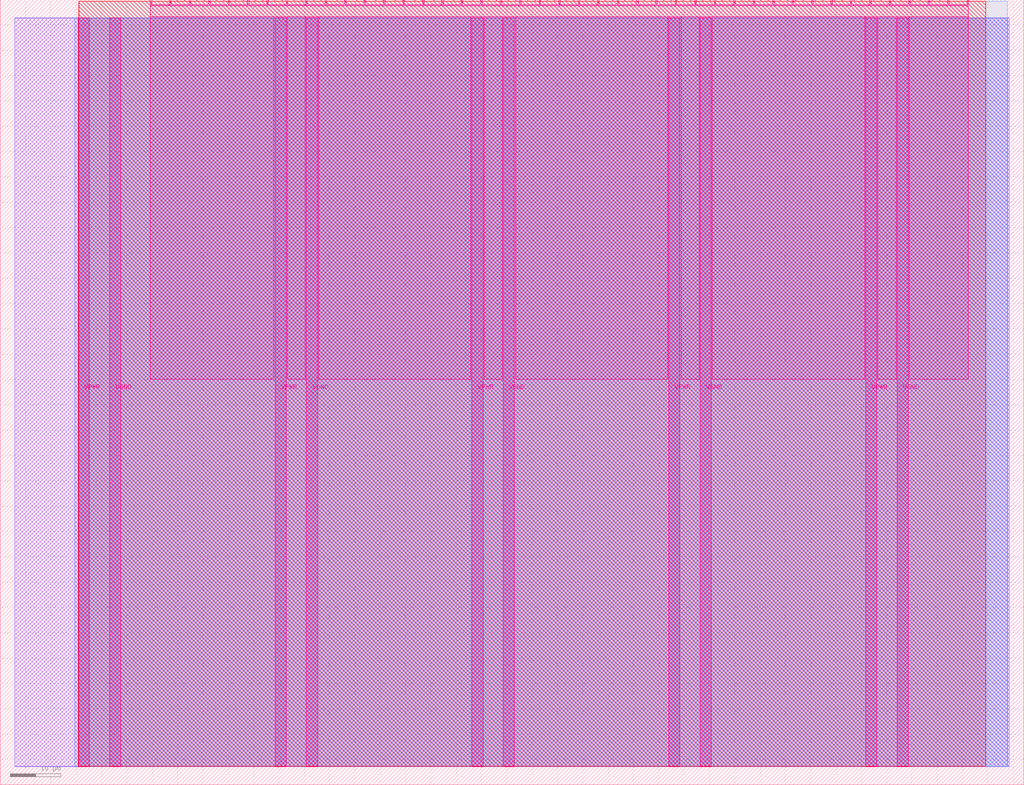
<source format=lef>
VERSION 5.7 ;
  NOWIREEXTENSIONATPIN ON ;
  DIVIDERCHAR "/" ;
  BUSBITCHARS "[]" ;
MACRO tt_um_wokwi_434917200607612929
  CLASS BLOCK ;
  FOREIGN tt_um_wokwi_434917200607612929 ;
  ORIGIN 0.000 0.000 ;
  SIZE 202.080 BY 154.980 ;
  PIN VGND
    DIRECTION INOUT ;
    USE GROUND ;
    PORT
      LAYER Metal5 ;
        RECT 21.580 3.560 23.780 151.420 ;
    END
    PORT
      LAYER Metal5 ;
        RECT 60.450 3.560 62.650 151.420 ;
    END
    PORT
      LAYER Metal5 ;
        RECT 99.320 3.560 101.520 151.420 ;
    END
    PORT
      LAYER Metal5 ;
        RECT 138.190 3.560 140.390 151.420 ;
    END
    PORT
      LAYER Metal5 ;
        RECT 177.060 3.560 179.260 151.420 ;
    END
  END VGND
  PIN VPWR
    DIRECTION INOUT ;
    USE POWER ;
    PORT
      LAYER Metal5 ;
        RECT 15.380 3.560 17.580 151.420 ;
    END
    PORT
      LAYER Metal5 ;
        RECT 54.250 3.560 56.450 151.420 ;
    END
    PORT
      LAYER Metal5 ;
        RECT 93.120 3.560 95.320 151.420 ;
    END
    PORT
      LAYER Metal5 ;
        RECT 131.990 3.560 134.190 151.420 ;
    END
    PORT
      LAYER Metal5 ;
        RECT 170.860 3.560 173.060 151.420 ;
    END
  END VPWR
  PIN clk
    DIRECTION INPUT ;
    USE SIGNAL ;
    ANTENNAGATEAREA 0.213200 ;
    PORT
      LAYER Metal5 ;
        RECT 187.050 153.980 187.350 154.980 ;
    END
  END clk
  PIN ena
    DIRECTION INPUT ;
    USE SIGNAL ;
    ANTENNAGATEAREA 0.213200 ;
    PORT
      LAYER Metal5 ;
        RECT 190.890 153.980 191.190 154.980 ;
    END
  END ena
  PIN rst_n
    DIRECTION INPUT ;
    USE SIGNAL ;
    ANTENNAGATEAREA 0.527800 ;
    PORT
      LAYER Metal5 ;
        RECT 183.210 153.980 183.510 154.980 ;
    END
  END rst_n
  PIN ui_in[0]
    DIRECTION INPUT ;
    USE SIGNAL ;
    ANTENNAGATEAREA 0.180700 ;
    PORT
      LAYER Metal5 ;
        RECT 179.370 153.980 179.670 154.980 ;
    END
  END ui_in[0]
  PIN ui_in[1]
    DIRECTION INPUT ;
    USE SIGNAL ;
    ANTENNAGATEAREA 0.213200 ;
    PORT
      LAYER Metal5 ;
        RECT 175.530 153.980 175.830 154.980 ;
    END
  END ui_in[1]
  PIN ui_in[2]
    DIRECTION INPUT ;
    USE SIGNAL ;
    ANTENNAGATEAREA 0.213200 ;
    PORT
      LAYER Metal5 ;
        RECT 171.690 153.980 171.990 154.980 ;
    END
  END ui_in[2]
  PIN ui_in[3]
    DIRECTION INPUT ;
    USE SIGNAL ;
    ANTENNAGATEAREA 0.213200 ;
    PORT
      LAYER Metal5 ;
        RECT 167.850 153.980 168.150 154.980 ;
    END
  END ui_in[3]
  PIN ui_in[4]
    DIRECTION INPUT ;
    USE SIGNAL ;
    ANTENNAGATEAREA 0.180700 ;
    PORT
      LAYER Metal5 ;
        RECT 164.010 153.980 164.310 154.980 ;
    END
  END ui_in[4]
  PIN ui_in[5]
    DIRECTION INPUT ;
    USE SIGNAL ;
    ANTENNAGATEAREA 0.180700 ;
    PORT
      LAYER Metal5 ;
        RECT 160.170 153.980 160.470 154.980 ;
    END
  END ui_in[5]
  PIN ui_in[6]
    DIRECTION INPUT ;
    USE SIGNAL ;
    ANTENNAGATEAREA 0.180700 ;
    PORT
      LAYER Metal5 ;
        RECT 156.330 153.980 156.630 154.980 ;
    END
  END ui_in[6]
  PIN ui_in[7]
    DIRECTION INPUT ;
    USE SIGNAL ;
    ANTENNAGATEAREA 0.180700 ;
    PORT
      LAYER Metal5 ;
        RECT 152.490 153.980 152.790 154.980 ;
    END
  END ui_in[7]
  PIN uio_in[0]
    DIRECTION INPUT ;
    USE SIGNAL ;
    ANTENNAGATEAREA 0.180700 ;
    PORT
      LAYER Metal5 ;
        RECT 148.650 153.980 148.950 154.980 ;
    END
  END uio_in[0]
  PIN uio_in[1]
    DIRECTION INPUT ;
    USE SIGNAL ;
    PORT
      LAYER Metal5 ;
        RECT 144.810 153.980 145.110 154.980 ;
    END
  END uio_in[1]
  PIN uio_in[2]
    DIRECTION INPUT ;
    USE SIGNAL ;
    PORT
      LAYER Metal5 ;
        RECT 140.970 153.980 141.270 154.980 ;
    END
  END uio_in[2]
  PIN uio_in[3]
    DIRECTION INPUT ;
    USE SIGNAL ;
    PORT
      LAYER Metal5 ;
        RECT 137.130 153.980 137.430 154.980 ;
    END
  END uio_in[3]
  PIN uio_in[4]
    DIRECTION INPUT ;
    USE SIGNAL ;
    PORT
      LAYER Metal5 ;
        RECT 133.290 153.980 133.590 154.980 ;
    END
  END uio_in[4]
  PIN uio_in[5]
    DIRECTION INPUT ;
    USE SIGNAL ;
    PORT
      LAYER Metal5 ;
        RECT 129.450 153.980 129.750 154.980 ;
    END
  END uio_in[5]
  PIN uio_in[6]
    DIRECTION INPUT ;
    USE SIGNAL ;
    PORT
      LAYER Metal5 ;
        RECT 125.610 153.980 125.910 154.980 ;
    END
  END uio_in[6]
  PIN uio_in[7]
    DIRECTION INPUT ;
    USE SIGNAL ;
    PORT
      LAYER Metal5 ;
        RECT 121.770 153.980 122.070 154.980 ;
    END
  END uio_in[7]
  PIN uio_oe[0]
    DIRECTION OUTPUT ;
    USE SIGNAL ;
    ANTENNADIFFAREA 0.392700 ;
    PORT
      LAYER Metal5 ;
        RECT 56.490 153.980 56.790 154.980 ;
    END
  END uio_oe[0]
  PIN uio_oe[1]
    DIRECTION OUTPUT ;
    USE SIGNAL ;
    ANTENNADIFFAREA 0.299200 ;
    PORT
      LAYER Metal5 ;
        RECT 52.650 153.980 52.950 154.980 ;
    END
  END uio_oe[1]
  PIN uio_oe[2]
    DIRECTION OUTPUT ;
    USE SIGNAL ;
    ANTENNADIFFAREA 0.299200 ;
    PORT
      LAYER Metal5 ;
        RECT 48.810 153.980 49.110 154.980 ;
    END
  END uio_oe[2]
  PIN uio_oe[3]
    DIRECTION OUTPUT ;
    USE SIGNAL ;
    ANTENNADIFFAREA 0.299200 ;
    PORT
      LAYER Metal5 ;
        RECT 44.970 153.980 45.270 154.980 ;
    END
  END uio_oe[3]
  PIN uio_oe[4]
    DIRECTION OUTPUT ;
    USE SIGNAL ;
    ANTENNADIFFAREA 0.299200 ;
    PORT
      LAYER Metal5 ;
        RECT 41.130 153.980 41.430 154.980 ;
    END
  END uio_oe[4]
  PIN uio_oe[5]
    DIRECTION OUTPUT ;
    USE SIGNAL ;
    ANTENNADIFFAREA 0.299200 ;
    PORT
      LAYER Metal5 ;
        RECT 37.290 153.980 37.590 154.980 ;
    END
  END uio_oe[5]
  PIN uio_oe[6]
    DIRECTION OUTPUT ;
    USE SIGNAL ;
    ANTENNADIFFAREA 0.299200 ;
    PORT
      LAYER Metal5 ;
        RECT 33.450 153.980 33.750 154.980 ;
    END
  END uio_oe[6]
  PIN uio_oe[7]
    DIRECTION OUTPUT ;
    USE SIGNAL ;
    ANTENNADIFFAREA 0.299200 ;
    PORT
      LAYER Metal5 ;
        RECT 29.610 153.980 29.910 154.980 ;
    END
  END uio_oe[7]
  PIN uio_out[0]
    DIRECTION OUTPUT ;
    USE SIGNAL ;
    ANTENNADIFFAREA 0.706800 ;
    PORT
      LAYER Metal5 ;
        RECT 87.210 153.980 87.510 154.980 ;
    END
  END uio_out[0]
  PIN uio_out[1]
    DIRECTION OUTPUT ;
    USE SIGNAL ;
    ANTENNADIFFAREA 0.299200 ;
    PORT
      LAYER Metal5 ;
        RECT 83.370 153.980 83.670 154.980 ;
    END
  END uio_out[1]
  PIN uio_out[2]
    DIRECTION OUTPUT ;
    USE SIGNAL ;
    ANTENNADIFFAREA 0.299200 ;
    PORT
      LAYER Metal5 ;
        RECT 79.530 153.980 79.830 154.980 ;
    END
  END uio_out[2]
  PIN uio_out[3]
    DIRECTION OUTPUT ;
    USE SIGNAL ;
    ANTENNADIFFAREA 0.299200 ;
    PORT
      LAYER Metal5 ;
        RECT 75.690 153.980 75.990 154.980 ;
    END
  END uio_out[3]
  PIN uio_out[4]
    DIRECTION OUTPUT ;
    USE SIGNAL ;
    ANTENNADIFFAREA 0.299200 ;
    PORT
      LAYER Metal5 ;
        RECT 71.850 153.980 72.150 154.980 ;
    END
  END uio_out[4]
  PIN uio_out[5]
    DIRECTION OUTPUT ;
    USE SIGNAL ;
    ANTENNADIFFAREA 0.299200 ;
    PORT
      LAYER Metal5 ;
        RECT 68.010 153.980 68.310 154.980 ;
    END
  END uio_out[5]
  PIN uio_out[6]
    DIRECTION OUTPUT ;
    USE SIGNAL ;
    ANTENNADIFFAREA 0.299200 ;
    PORT
      LAYER Metal5 ;
        RECT 64.170 153.980 64.470 154.980 ;
    END
  END uio_out[6]
  PIN uio_out[7]
    DIRECTION OUTPUT ;
    USE SIGNAL ;
    ANTENNADIFFAREA 0.299200 ;
    PORT
      LAYER Metal5 ;
        RECT 60.330 153.980 60.630 154.980 ;
    END
  END uio_out[7]
  PIN uo_out[0]
    DIRECTION OUTPUT ;
    USE SIGNAL ;
    ANTENNADIFFAREA 0.654800 ;
    PORT
      LAYER Metal5 ;
        RECT 117.930 153.980 118.230 154.980 ;
    END
  END uo_out[0]
  PIN uo_out[1]
    DIRECTION OUTPUT ;
    USE SIGNAL ;
    ANTENNADIFFAREA 0.662000 ;
    PORT
      LAYER Metal5 ;
        RECT 114.090 153.980 114.390 154.980 ;
    END
  END uo_out[1]
  PIN uo_out[2]
    DIRECTION OUTPUT ;
    USE SIGNAL ;
    ANTENNADIFFAREA 0.662000 ;
    PORT
      LAYER Metal5 ;
        RECT 110.250 153.980 110.550 154.980 ;
    END
  END uo_out[2]
  PIN uo_out[3]
    DIRECTION OUTPUT ;
    USE SIGNAL ;
    ANTENNADIFFAREA 0.662000 ;
    PORT
      LAYER Metal5 ;
        RECT 106.410 153.980 106.710 154.980 ;
    END
  END uo_out[3]
  PIN uo_out[4]
    DIRECTION OUTPUT ;
    USE SIGNAL ;
    ANTENNADIFFAREA 0.662000 ;
    PORT
      LAYER Metal5 ;
        RECT 102.570 153.980 102.870 154.980 ;
    END
  END uo_out[4]
  PIN uo_out[5]
    DIRECTION OUTPUT ;
    USE SIGNAL ;
    ANTENNADIFFAREA 0.662000 ;
    PORT
      LAYER Metal5 ;
        RECT 98.730 153.980 99.030 154.980 ;
    END
  END uo_out[5]
  PIN uo_out[6]
    DIRECTION OUTPUT ;
    USE SIGNAL ;
    ANTENNADIFFAREA 0.662000 ;
    PORT
      LAYER Metal5 ;
        RECT 94.890 153.980 95.190 154.980 ;
    END
  END uo_out[6]
  PIN uo_out[7]
    DIRECTION OUTPUT ;
    USE SIGNAL ;
    ANTENNADIFFAREA 0.662000 ;
    PORT
      LAYER Metal5 ;
        RECT 91.050 153.980 91.350 154.980 ;
    END
  END uo_out[7]
  OBS
      LAYER GatPoly ;
        RECT 2.880 3.630 199.200 151.350 ;
      LAYER Metal1 ;
        RECT 2.880 3.560 199.200 151.420 ;
      LAYER Metal2 ;
        RECT 14.690 3.680 198.865 151.300 ;
      LAYER Metal3 ;
        RECT 15.560 3.635 198.820 154.705 ;
      LAYER Metal4 ;
        RECT 15.515 3.680 194.545 154.660 ;
      LAYER Metal5 ;
        RECT 30.120 153.770 33.240 153.980 ;
        RECT 33.960 153.770 37.080 153.980 ;
        RECT 37.800 153.770 40.920 153.980 ;
        RECT 41.640 153.770 44.760 153.980 ;
        RECT 45.480 153.770 48.600 153.980 ;
        RECT 49.320 153.770 52.440 153.980 ;
        RECT 53.160 153.770 56.280 153.980 ;
        RECT 57.000 153.770 60.120 153.980 ;
        RECT 60.840 153.770 63.960 153.980 ;
        RECT 64.680 153.770 67.800 153.980 ;
        RECT 68.520 153.770 71.640 153.980 ;
        RECT 72.360 153.770 75.480 153.980 ;
        RECT 76.200 153.770 79.320 153.980 ;
        RECT 80.040 153.770 83.160 153.980 ;
        RECT 83.880 153.770 87.000 153.980 ;
        RECT 87.720 153.770 90.840 153.980 ;
        RECT 91.560 153.770 94.680 153.980 ;
        RECT 95.400 153.770 98.520 153.980 ;
        RECT 99.240 153.770 102.360 153.980 ;
        RECT 103.080 153.770 106.200 153.980 ;
        RECT 106.920 153.770 110.040 153.980 ;
        RECT 110.760 153.770 113.880 153.980 ;
        RECT 114.600 153.770 117.720 153.980 ;
        RECT 118.440 153.770 121.560 153.980 ;
        RECT 122.280 153.770 125.400 153.980 ;
        RECT 126.120 153.770 129.240 153.980 ;
        RECT 129.960 153.770 133.080 153.980 ;
        RECT 133.800 153.770 136.920 153.980 ;
        RECT 137.640 153.770 140.760 153.980 ;
        RECT 141.480 153.770 144.600 153.980 ;
        RECT 145.320 153.770 148.440 153.980 ;
        RECT 149.160 153.770 152.280 153.980 ;
        RECT 153.000 153.770 156.120 153.980 ;
        RECT 156.840 153.770 159.960 153.980 ;
        RECT 160.680 153.770 163.800 153.980 ;
        RECT 164.520 153.770 167.640 153.980 ;
        RECT 168.360 153.770 171.480 153.980 ;
        RECT 172.200 153.770 175.320 153.980 ;
        RECT 176.040 153.770 179.160 153.980 ;
        RECT 179.880 153.770 183.000 153.980 ;
        RECT 183.720 153.770 186.840 153.980 ;
        RECT 187.560 153.770 190.680 153.980 ;
        RECT 29.660 151.630 191.140 153.770 ;
        RECT 29.660 80.075 54.040 151.630 ;
        RECT 56.660 80.075 60.240 151.630 ;
        RECT 62.860 80.075 92.910 151.630 ;
        RECT 95.530 80.075 99.110 151.630 ;
        RECT 101.730 80.075 131.780 151.630 ;
        RECT 134.400 80.075 137.980 151.630 ;
        RECT 140.600 80.075 170.650 151.630 ;
        RECT 173.270 80.075 176.850 151.630 ;
        RECT 179.470 80.075 191.140 151.630 ;
  END
END tt_um_wokwi_434917200607612929
END LIBRARY


</source>
